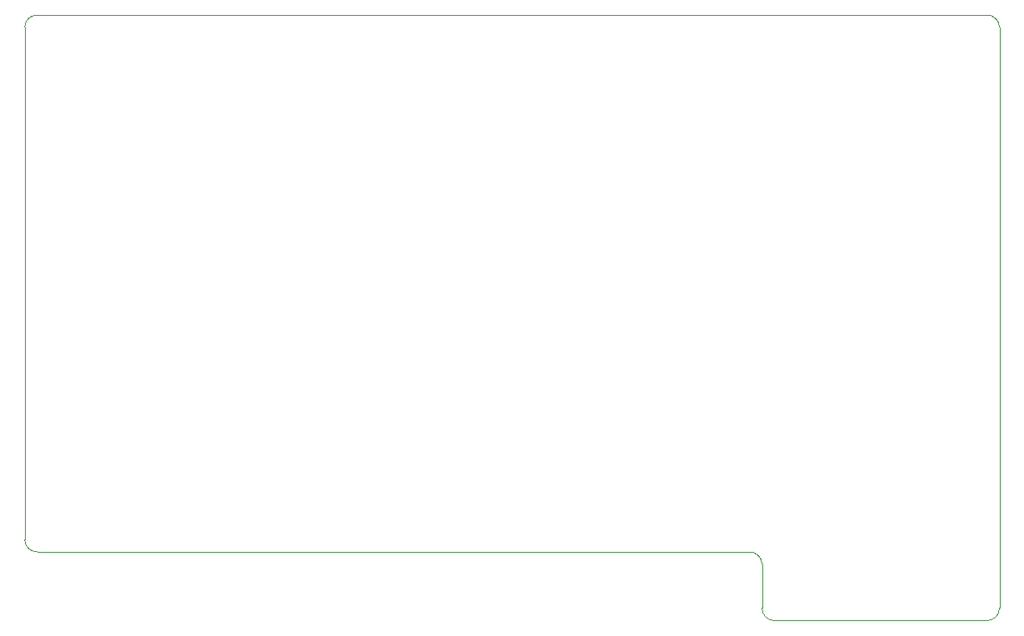
<source format=gm1>
%TF.GenerationSoftware,KiCad,Pcbnew,(5.1.8)-1*%
%TF.CreationDate,2021-01-29T01:53:02+01:00*%
%TF.ProjectId,VU Switch,56552053-7769-4746-9368-2e6b69636164,rev?*%
%TF.SameCoordinates,Original*%
%TF.FileFunction,Profile,NP*%
%FSLAX46Y46*%
G04 Gerber Fmt 4.6, Leading zero omitted, Abs format (unit mm)*
G04 Created by KiCad (PCBNEW (5.1.8)-1) date 2021-01-29 01:53:02*
%MOMM*%
%LPD*%
G01*
G04 APERTURE LIST*
%TA.AperFunction,Profile*%
%ADD10C,0.050000*%
%TD*%
G04 APERTURE END LIST*
D10*
X90170000Y-104775000D02*
G75*
G02*
X88900000Y-103505000I0J1270000D01*
G01*
X162560000Y-104775000D02*
X90170000Y-104775000D01*
X163830000Y-110490000D02*
X163830000Y-106045000D01*
X162560000Y-104775000D02*
G75*
G02*
X163830000Y-106045000I0J-1270000D01*
G01*
X165100000Y-111760000D02*
G75*
G02*
X163830000Y-110490000I0J1270000D01*
G01*
X186690000Y-50165000D02*
G75*
G02*
X187960000Y-51435000I0J-1270000D01*
G01*
X187960000Y-110490000D02*
G75*
G02*
X186690000Y-111760000I-1270000J0D01*
G01*
X88900000Y-51435000D02*
G75*
G02*
X90170000Y-50165000I1270000J0D01*
G01*
X186690000Y-50165000D02*
X138430000Y-50165000D01*
X187960000Y-110490000D02*
X187960000Y-51435000D01*
X165100000Y-111760000D02*
X186690000Y-111760000D01*
X88900000Y-51435000D02*
X88900000Y-103505000D01*
X138430000Y-50165000D02*
X90170000Y-50165000D01*
M02*

</source>
